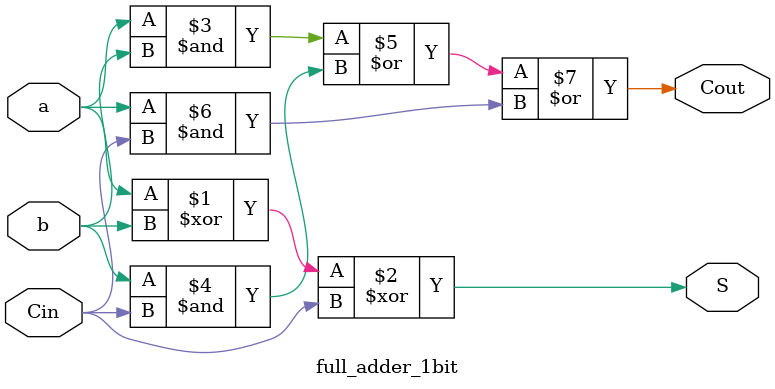
<source format=v>
module full_adder_1bit (Cout,S,a,b,Cin);
input a,b;
input Cin;
output S;
output Cout;

assign S = a^ b^ Cin;
assign Cout = (a&b) | (b&Cin) | (a&Cin);

endmodule


</source>
